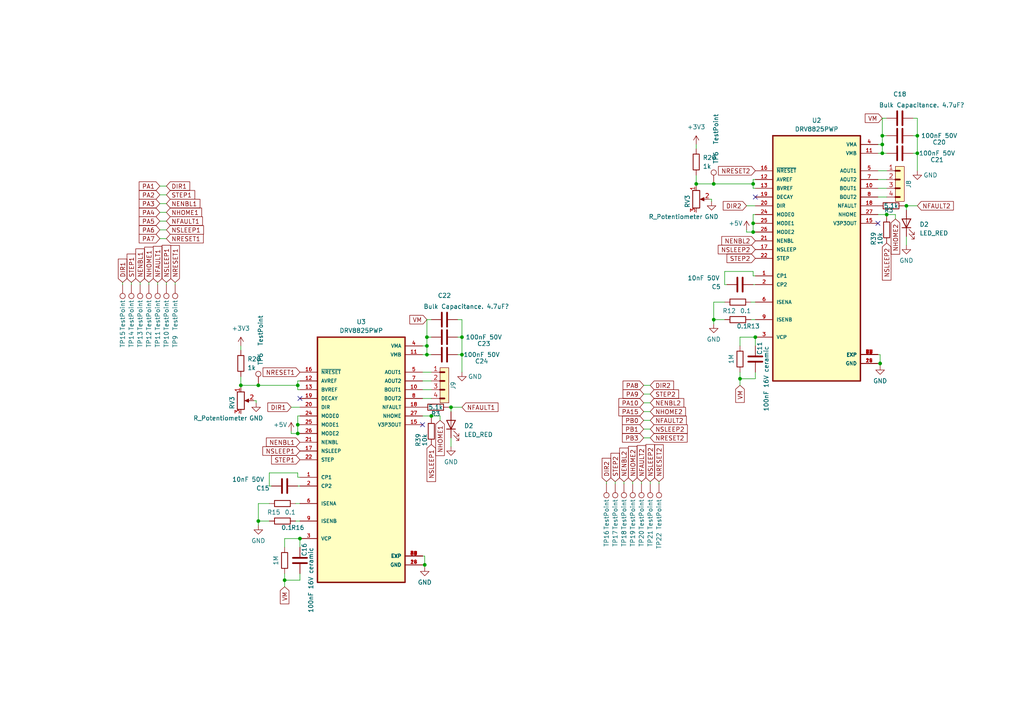
<source format=kicad_sch>
(kicad_sch (version 20230121) (generator eeschema)
  (paper "A4")
  (lib_symbols
    (symbol "Connector:TestPoint" (pin_numbers hide) (pin_names (offset 0.762) hide)
      (property "Reference" "TP" (at 0 6.858 0))
      (property "Value" "TestPoint" (at 0 5.08 0))
      (symbol "TestPoint_0_1"
        (circle (center 0 3.302) (radius 0.762))
      )
      (symbol "TestPoint_1_1"
        (pin passive line (at 0 0 90) (length 2.54) (name "1") (number "1"))
      )
    )
    (symbol "DRV8825PWP:DRV8825PWP" (pin_names (offset 1.016))
      (property "Reference" "U" (at -12.7 36.56 0))
      (property "Value" "DRV8825PWP" (at -12.7 -39.56 0))
      (symbol "DRV8825PWP_0_0"
        (rectangle (start -12.7 -35.56) (end 12.7 35.56) (stroke (width 0.41)) (fill (type background)))
        (pin bidirectional line (at -17.78 -5.08 0) (length 5.08) (name "CP1") (number "1"))
        (pin output line (at 17.78 20.32 180) (length 5.08) (name "BOUT1") (number "10"))
        (pin power_in line (at 17.78 30.48 180) (length 5.08) (name "VMB") (number "11"))
        (pin input line (at -17.78 22.86 0) (length 5.08) (name "AVREF") (number "12"))
        (pin input line (at -17.78 20.32 0) (length 5.08) (name "BVREF") (number "13"))
        (pin power_in line (at 17.78 -30.48 180) (length 5.08) (name "GND") (number "14"))
        (pin output line (at 17.78 10.16 180) (length 5.08) (name "V3P3OUT") (number "15"))
        (pin input line (at -17.78 25.4 0) (length 5.08) (name "~{NRESET}") (number "16"))
        (pin input line (at -17.78 2.54 0) (length 5.08) (name "NSLEEP") (number "17"))
        (pin output line (at 17.78 15.24 180) (length 5.08) (name "NFAULT") (number "18"))
        (pin input line (at -17.78 17.78 0) (length 5.08) (name "DECAY") (number "19"))
        (pin bidirectional line (at -17.78 -7.62 0) (length 5.08) (name "CP2") (number "2"))
        (pin input line (at -17.78 15.24 0) (length 5.08) (name "DIR") (number "20"))
        (pin input line (at -17.78 5.08 0) (length 5.08) (name "NENBL") (number "21"))
        (pin input line (at -17.78 0 0) (length 5.08) (name "STEP") (number "22"))
        (pin input line (at -17.78 12.7 0) (length 5.08) (name "MODE0") (number "24"))
        (pin input line (at -17.78 10.16 0) (length 5.08) (name "MODE1") (number "25"))
        (pin input line (at -17.78 7.62 0) (length 5.08) (name "MODE2") (number "26"))
        (pin output line (at 17.78 12.7 180) (length 5.08) (name "NHOME") (number "27"))
        (pin power_in line (at 17.78 -30.48 180) (length 5.08) (name "GND") (number "28"))
        (pin power_in line (at 17.78 -27.94 180) (length 5.08) (name "EXP") (number "29"))
        (pin bidirectional line (at -17.78 -22.86 0) (length 5.08) (name "VCP") (number "3"))
        (pin power_in line (at 17.78 -27.94 180) (length 5.08) (name "EXP") (number "30"))
        (pin power_in line (at 17.78 -27.94 180) (length 5.08) (name "EXP") (number "31"))
        (pin power_in line (at 17.78 -27.94 180) (length 5.08) (name "EXP") (number "32"))
        (pin power_in line (at 17.78 -27.94 180) (length 5.08) (name "EXP") (number "33"))
        (pin power_in line (at 17.78 -27.94 180) (length 5.08) (name "EXP") (number "34"))
        (pin power_in line (at 17.78 -27.94 180) (length 5.08) (name "EXP") (number "35"))
        (pin power_in line (at 17.78 -27.94 180) (length 5.08) (name "EXP") (number "36"))
        (pin power_in line (at 17.78 -27.94 180) (length 5.08) (name "EXP") (number "37"))
        (pin power_in line (at 17.78 -27.94 180) (length 5.08) (name "EXP") (number "38"))
        (pin power_in line (at 17.78 -27.94 180) (length 5.08) (name "EXP") (number "39"))
        (pin power_in line (at 17.78 33.02 180) (length 5.08) (name "VMA") (number "4"))
        (pin power_in line (at 17.78 -27.94 180) (length 5.08) (name "EXP") (number "40"))
        (pin power_in line (at 17.78 -27.94 180) (length 5.08) (name "EXP") (number "41"))
        (pin power_in line (at 17.78 -27.94 180) (length 5.08) (name "EXP") (number "42"))
        (pin power_in line (at 17.78 -27.94 180) (length 5.08) (name "EXP") (number "43"))
        (pin power_in line (at 17.78 -27.94 180) (length 5.08) (name "EXP") (number "44"))
        (pin power_in line (at 17.78 -27.94 180) (length 5.08) (name "EXP") (number "45"))
        (pin power_in line (at 17.78 -27.94 180) (length 5.08) (name "EXP") (number "46"))
        (pin power_in line (at 17.78 -27.94 180) (length 5.08) (name "EXP") (number "47"))
        (pin power_in line (at 17.78 -27.94 180) (length 5.08) (name "EXP") (number "48"))
        (pin power_in line (at 17.78 -27.94 180) (length 5.08) (name "EXP") (number "49"))
        (pin output line (at 17.78 25.4 180) (length 5.08) (name "AOUT1") (number "5"))
        (pin power_in line (at 17.78 -27.94 180) (length 5.08) (name "EXP") (number "50"))
        (pin bidirectional line (at -17.78 -12.7 0) (length 5.08) (name "ISENA") (number "6"))
        (pin output line (at 17.78 22.86 180) (length 5.08) (name "AOUT2") (number "7"))
        (pin output line (at 17.78 17.78 180) (length 5.08) (name "BOUT2") (number "8"))
        (pin bidirectional line (at -17.78 -17.78 0) (length 5.08) (name "ISENB") (number "9"))
      )
    )
    (symbol "Device:C" (pin_numbers hide) (pin_names (offset 0.254))
      (property "Reference" "C" (at 0.635 2.54 0))
      (property "Value" "C" (at 0.635 -2.54 0))
      (symbol "C_0_1"
        (polyline (pts (xy -2.032 -0.762) (xy 2.032 -0.762)) (stroke (width 0.508)))
        (polyline (pts (xy -2.032 0.762) (xy 2.032 0.762)) (stroke (width 0.508)))
      )
      (symbol "C_1_1"
        (pin passive line (at 0 3.81 270) (length 2.794) (name "~") (number "1"))
        (pin passive line (at 0 -3.81 90) (length 2.794) (name "~") (number "2"))
      )
    )
    (symbol "Device:LED" (pin_numbers hide) (pin_names (offset 1.016) hide)
      (property "Reference" "D" (at 0 2.54 0))
      (property "Value" "LED" (at 0 -2.54 0))
      (symbol "LED_0_1"
        (polyline (pts (xy -1.27 -1.27) (xy -1.27 1.27)) (stroke (width 0.254)))
        (polyline (pts (xy -1.27 0) (xy 1.27 0)))
        (polyline (pts (xy 1.27 -1.27) (xy 1.27 1.27) (xy -1.27 0) (xy 1.27 -1.27)) (stroke (width 0.254)))
        (polyline (pts (xy -3.048 -0.762) (xy -4.572 -2.286) (xy -3.81 -2.286) (xy -4.572 -2.286) (xy -4.572 -1.524)))
        (polyline (pts (xy -1.778 -0.762) (xy -3.302 -2.286) (xy -2.54 -2.286) (xy -3.302 -2.286) (xy -3.302 -1.524)))
      )
      (symbol "LED_1_1"
        (pin passive line (at -3.81 0 0) (length 2.54) (name "K") (number "1"))
        (pin passive line (at 3.81 0 180) (length 2.54) (name "A") (number "2"))
      )
    )
    (symbol "Device:R_Potentiometer" (pin_names (offset 1.016) hide)
      (property "Reference" "RV" (at -4.445 0 90))
      (property "Value" "R_Potentiometer" (at -2.54 0 90))
      (symbol "R_Potentiometer_0_1"
        (polyline (pts (xy 2.54 0) (xy 1.524 0)))
        (polyline (pts (xy 1.143 0) (xy 2.286 0.508) (xy 2.286 -0.508) (xy 1.143 0)) (fill (type outline)))
        (rectangle (start 1.016 2.54) (end -1.016 -2.54) (stroke (width 0.254)))
      )
      (symbol "R_Potentiometer_1_1"
        (pin passive line (at 0 3.81 270) (length 1.27) (name "1") (number "1"))
        (pin passive line (at 3.81 0 180) (length 1.27) (name "2") (number "2"))
        (pin passive line (at 0 -3.81 90) (length 1.27) (name "3") (number "3"))
      )
    )
    (symbol "PCM_SL_Devices:Resistor"
      (property "Reference" "R" (at 0 5.08 0))
      (property "Value" "Resistor" (at 0 2.54 0))
      (symbol "Resistor_0_1"
        (rectangle (start -2.286 0.889) (end 2.286 -0.889) (stroke (width 0.24)))
      )
      (symbol "Resistor_1_1"
        (pin passive line (at -3.81 0 0) (length 1.5) (name "") (number "1"))
        (pin passive line (at 3.81 0 180) (length 1.5) (name "~") (number "2"))
      )
    )
    (symbol "PCM_SL_Pin_Headers:PINHD_1x4_Male"
      (property "Reference" "J" (at 0 8.89 0))
      (property "Value" "PINHD_1x4_Male" (at 0 6.35 0))
      (symbol "PINHD_1x4_Male_0_1"
        (rectangle (start -1.27 5.08) (end 1.27 -5.08) (fill (type background)))
        (polyline (pts (xy -1.27 -3.81) (xy 0 -3.81)) (stroke (width 0.3)))
        (polyline (pts (xy -1.27 -3.81) (xy 0 -3.81)) (stroke (width 0.5)))
        (polyline (pts (xy -1.27 -1.27) (xy 0 -1.27)) (stroke (width 0.3)))
        (polyline (pts (xy -1.27 -1.27) (xy 0 -1.27)) (stroke (width 0.5)))
        (polyline (pts (xy -1.27 1.27) (xy 0 1.27)) (stroke (width 0.3)))
        (polyline (pts (xy -1.27 1.27) (xy 0 1.27)) (stroke (width 0.5)))
        (polyline (pts (xy -1.27 3.81) (xy 0 3.81)) (stroke (width 0.3)))
        (polyline (pts (xy -1.27 3.81) (xy 0 3.81)) (stroke (width 0.5)))
      )
      (symbol "PINHD_1x4_Male_1_1"
        (pin passive line (at -3.81 3.81 0) (length 2.54) (name "") (number "1"))
        (pin passive line (at -3.81 1.27 0) (length 2.54) (name "") (number "2"))
        (pin passive line (at -3.81 -1.27 0) (length 2.54) (name "") (number "3"))
        (pin passive line (at -3.81 -3.81 0) (length 2.54) (name "") (number "4"))
      )
    )
    (symbol "power:+3V3" (power) (pin_names (offset 0))
      (property "Value" "+3V3" (at 0 3.556 0))
      (symbol "+3V3_0_1"
        (polyline (pts (xy -0.762 1.27) (xy 0 2.54)))
        (polyline (pts (xy 0 0) (xy 0 2.54)))
        (polyline (pts (xy 0 2.54) (xy 0.762 1.27)))
      )
      (symbol "+3V3_1_1"
        (pin power_in line (at 0 0 90) (length 0) hide (name "+3V3") (number "1"))
      )
    )
    (symbol "power:+5V" (power) (pin_names (offset 0))
      (property "Value" "+5V" (at 0 3.556 0))
      (symbol "+5V_0_1"
        (polyline (pts (xy -0.762 1.27) (xy 0 2.54)))
        (polyline (pts (xy 0 0) (xy 0 2.54)))
        (polyline (pts (xy 0 2.54) (xy 0.762 1.27)))
      )
      (symbol "+5V_1_1"
        (pin power_in line (at 0 0 90) (length 0) hide (name "+5V") (number "1"))
      )
    )
    (symbol "power:GND" (power) (pin_names (offset 0))
      (property "Value" "GND" (at 0 -3.81 0))
      (symbol "GND_0_1"
        (polyline (pts (xy 0 0) (xy 0 -1.27) (xy 1.27 -1.27) (xy 0 -2.54) (xy -1.27 -1.27) (xy 0 -1.27)))
      )
      (symbol "GND_1_1"
        (pin power_in line (at 0 0 270) (length 0) hide (name "GND") (number "1"))
      )
    )
  )
  (junction (at 201.93 53.34))
  (junction (at 214.63 109.855))
  (junction (at 69.85 111.76))
  (junction (at 207.01 92.71))
  (junction (at 255.905 39.37))
  (junction (at 266.065 44.45))
  (junction (at 219.075 97.79))
  (junction (at 255.905 41.91))
  (junction (at 218.44 53.34))
  (junction (at 133.985 97.79))
  (junction (at 257.175 62.23))
  (junction (at 86.36 123.19))
  (junction (at 207.01 53.34))
  (junction (at 86.36 125.73))
  (junction (at 74.93 111.76))
  (junction (at 123.19 163.83))
  (junction (at 262.89 59.69))
  (junction (at 255.905 44.45))
  (junction (at 218.44 67.31))
  (junction (at 123.825 97.79))
  (junction (at 130.81 118.11))
  (junction (at 266.065 39.37))
  (junction (at 218.44 64.77))
  (junction (at 86.36 111.76))
  (junction (at 86.995 156.21))
  (junction (at 74.93 151.13))
  (junction (at 123.825 100.33))
  (junction (at 255.27 105.41))
  (junction (at 133.985 102.87))
  (junction (at 125.095 120.65))
  (junction (at 123.825 102.87))
  (junction (at 82.55 168.275))
  (no_connect (at 254.635 64.77))
  (no_connect (at 219.075 57.15))
  (no_connect (at 122.555 123.19))
  (no_connect (at 86.995 115.57))
  (wire (pts (xy 218.44 52.07) (xy 218.44 53.34)))
  (wire (pts (xy 214.63 109.855) (xy 219.075 109.855)))
  (wire (pts (xy 130.81 127) (xy 130.81 129.54)))
  (wire (pts (xy 178.435 140.335) (xy 178.435 139.7)))
  (wire (pts (xy 74.93 146.05) (xy 74.93 151.13)))
  (wire (pts (xy 186.055 140.335) (xy 186.055 139.7)))
  (wire (pts (xy 218.44 62.23) (xy 218.44 64.77)))
  (wire (pts (xy 255.27 105.41) (xy 255.27 102.87)))
  (wire (pts (xy 257.175 49.53) (xy 254.635 49.53)))
  (wire (pts (xy 218.44 64.77) (xy 219.075 64.77)))
  (wire (pts (xy 207.01 53.34) (xy 218.44 53.34)))
  (wire (pts (xy 254.635 44.45) (xy 255.905 44.45)))
  (wire (pts (xy 86.36 123.19) (xy 86.995 123.19)))
  (wire (pts (xy 123.825 100.33) (xy 122.555 100.33)))
  (wire (pts (xy 74.93 151.13) (xy 74.93 152.4)))
  (wire (pts (xy 86.36 111.76) (xy 86.36 113.03)))
  (wire (pts (xy 125.095 107.95) (xy 122.555 107.95)))
  (wire (pts (xy 219.075 52.07) (xy 218.44 52.07)))
  (wire (pts (xy 255.905 41.91) (xy 255.905 44.45)))
  (wire (pts (xy 191.135 140.335) (xy 191.135 139.7)))
  (wire (pts (xy 257.175 54.61) (xy 254.635 54.61)))
  (wire (pts (xy 266.065 44.45) (xy 266.065 49.53)))
  (wire (pts (xy 266.065 34.29) (xy 264.795 34.29)))
  (wire (pts (xy 78.105 140.97) (xy 78.74 140.97)))
  (wire (pts (xy 255.905 39.37) (xy 255.905 41.91)))
  (wire (pts (xy 69.85 112.395) (xy 69.85 111.76)))
  (wire (pts (xy 86.36 120.65) (xy 86.36 123.19)))
  (wire (pts (xy 82.55 170.18) (xy 82.55 168.275)))
  (wire (pts (xy 86.36 125.73) (xy 86.995 125.73)))
  (wire (pts (xy 218.44 82.55) (xy 219.075 82.55)))
  (wire (pts (xy 127.635 120.65) (xy 127.635 121.92)))
  (wire (pts (xy 132.715 97.79) (xy 133.985 97.79)))
  (wire (pts (xy 207.01 87.63) (xy 210.185 87.63)))
  (wire (pts (xy 123.19 163.83) (xy 122.555 163.83)))
  (wire (pts (xy 217.805 92.71) (xy 219.075 92.71)))
  (wire (pts (xy 46.355 66.675) (xy 48.26 66.675)))
  (wire (pts (xy 50.8 82.55) (xy 50.8 81.915)))
  (wire (pts (xy 255.27 106.045) (xy 255.27 105.41)))
  (wire (pts (xy 45.72 82.55) (xy 45.72 81.915)))
  (wire (pts (xy 82.55 168.275) (xy 82.55 166.37)))
  (wire (pts (xy 85.725 146.05) (xy 86.995 146.05)))
  (wire (pts (xy 207.01 87.63) (xy 207.01 92.71)))
  (wire (pts (xy 214.63 100.33) (xy 214.63 97.79)))
  (wire (pts (xy 82.55 156.21) (xy 86.995 156.21)))
  (wire (pts (xy 125.095 110.49) (xy 122.555 110.49)))
  (wire (pts (xy 218.44 53.34) (xy 218.44 54.61)))
  (wire (pts (xy 86.995 110.49) (xy 86.36 110.49)))
  (wire (pts (xy 210.185 78.74) (xy 218.44 78.74)))
  (wire (pts (xy 218.44 80.01) (xy 218.44 78.74)))
  (wire (pts (xy 254.635 62.23) (xy 257.175 62.23)))
  (wire (pts (xy 218.44 64.77) (xy 218.44 67.31)))
  (wire (pts (xy 186.69 121.92) (xy 188.595 121.92)))
  (wire (pts (xy 48.26 82.55) (xy 48.26 81.915)))
  (wire (pts (xy 86.36 123.19) (xy 86.36 125.73)))
  (wire (pts (xy 257.175 62.23) (xy 257.175 62.865)))
  (wire (pts (xy 214.63 111.76) (xy 214.63 109.855)))
  (wire (pts (xy 46.355 56.515) (xy 48.26 56.515)))
  (wire (pts (xy 201.93 53.34) (xy 207.01 53.34)))
  (wire (pts (xy 257.175 57.15) (xy 254.635 57.15)))
  (wire (pts (xy 123.825 92.71) (xy 123.825 97.79)))
  (wire (pts (xy 259.715 62.23) (xy 259.715 63.5)))
  (wire (pts (xy 219.075 80.01) (xy 218.44 80.01)))
  (wire (pts (xy 125.095 120.65) (xy 127.635 120.65)))
  (wire (pts (xy 255.905 41.91) (xy 254.635 41.91)))
  (wire (pts (xy 214.63 109.855) (xy 214.63 107.95)))
  (wire (pts (xy 125.095 120.65) (xy 125.095 121.285)))
  (wire (pts (xy 201.93 53.975) (xy 201.93 53.34)))
  (wire (pts (xy 35.56 82.55) (xy 35.56 81.915)))
  (wire (pts (xy 201.93 50.8) (xy 201.93 53.34)))
  (wire (pts (xy 84.455 125.73) (xy 84.455 125.095)))
  (wire (pts (xy 255.905 44.45) (xy 257.175 44.45)))
  (wire (pts (xy 43.18 82.55) (xy 43.18 81.915)))
  (wire (pts (xy 207.01 92.71) (xy 207.01 93.98)))
  (wire (pts (xy 133.985 97.79) (xy 133.985 102.87)))
  (wire (pts (xy 46.355 59.055) (xy 48.26 59.055)))
  (wire (pts (xy 125.095 115.57) (xy 122.555 115.57)))
  (wire (pts (xy 130.81 118.11) (xy 130.81 119.38)))
  (wire (pts (xy 214.63 97.79) (xy 219.075 97.79)))
  (wire (pts (xy 210.185 82.55) (xy 210.185 78.74)))
  (wire (pts (xy 123.825 100.33) (xy 123.825 102.87)))
  (wire (pts (xy 86.995 158.75) (xy 86.995 156.21)))
  (wire (pts (xy 46.355 64.135) (xy 48.26 64.135)))
  (wire (pts (xy 216.535 67.31) (xy 216.535 66.675)))
  (wire (pts (xy 255.27 102.87) (xy 254.635 102.87)))
  (wire (pts (xy 264.795 44.45) (xy 266.065 44.45)))
  (wire (pts (xy 133.985 92.71) (xy 133.985 97.79)))
  (wire (pts (xy 186.69 114.3) (xy 188.595 114.3)))
  (wire (pts (xy 206.375 57.785) (xy 205.74 57.785)))
  (wire (pts (xy 74.295 116.205) (xy 73.66 116.205)))
  (wire (pts (xy 84.455 125.73) (xy 86.36 125.73)))
  (wire (pts (xy 86.36 138.43) (xy 86.36 137.16)))
  (wire (pts (xy 216.535 59.69) (xy 219.075 59.69)))
  (wire (pts (xy 266.065 39.37) (xy 266.065 44.45)))
  (wire (pts (xy 38.1 82.55) (xy 38.1 81.915)))
  (wire (pts (xy 186.69 124.46) (xy 188.595 124.46)))
  (wire (pts (xy 74.93 151.13) (xy 78.105 151.13)))
  (wire (pts (xy 218.44 62.23) (xy 219.075 62.23)))
  (wire (pts (xy 125.095 97.79) (xy 123.825 97.79)))
  (wire (pts (xy 123.825 97.79) (xy 123.825 100.33)))
  (wire (pts (xy 86.36 113.03) (xy 86.995 113.03)))
  (wire (pts (xy 69.85 111.76) (xy 74.93 111.76)))
  (wire (pts (xy 264.795 39.37) (xy 266.065 39.37)))
  (wire (pts (xy 216.535 67.31) (xy 218.44 67.31)))
  (wire (pts (xy 86.995 138.43) (xy 86.36 138.43)))
  (wire (pts (xy 218.44 67.31) (xy 219.075 67.31)))
  (wire (pts (xy 84.455 118.11) (xy 86.995 118.11)))
  (wire (pts (xy 188.595 140.335) (xy 188.595 139.7)))
  (wire (pts (xy 210.185 82.55) (xy 210.82 82.55)))
  (wire (pts (xy 123.19 161.29) (xy 122.555 161.29)))
  (wire (pts (xy 186.69 111.76) (xy 188.595 111.76)))
  (wire (pts (xy 186.69 116.84) (xy 188.595 116.84)))
  (wire (pts (xy 255.27 105.41) (xy 254.635 105.41)))
  (wire (pts (xy 125.095 92.71) (xy 123.825 92.71)))
  (wire (pts (xy 69.85 109.22) (xy 69.85 111.76)))
  (wire (pts (xy 125.095 113.03) (xy 122.555 113.03)))
  (wire (pts (xy 122.555 120.65) (xy 125.095 120.65)))
  (wire (pts (xy 69.85 100.33) (xy 69.85 101.6)))
  (wire (pts (xy 123.825 102.87) (xy 125.095 102.87)))
  (wire (pts (xy 86.36 120.65) (xy 86.995 120.65)))
  (wire (pts (xy 78.105 137.16) (xy 86.36 137.16)))
  (wire (pts (xy 262.89 59.69) (xy 262.89 60.96)))
  (wire (pts (xy 262.89 59.69) (xy 262.255 59.69)))
  (wire (pts (xy 86.36 111.76) (xy 74.93 111.76)))
  (wire (pts (xy 133.985 92.71) (xy 132.715 92.71)))
  (wire (pts (xy 74.295 116.205) (xy 74.295 116.84)))
  (wire (pts (xy 257.175 52.07) (xy 254.635 52.07)))
  (wire (pts (xy 217.805 87.63) (xy 219.075 87.63)))
  (wire (pts (xy 262.89 68.58) (xy 262.89 71.12)))
  (wire (pts (xy 86.36 110.49) (xy 86.36 111.76)))
  (wire (pts (xy 46.355 61.595) (xy 48.26 61.595)))
  (wire (pts (xy 175.895 140.335) (xy 175.895 139.7)))
  (wire (pts (xy 82.55 158.75) (xy 82.55 156.21)))
  (wire (pts (xy 201.93 41.91) (xy 201.93 43.18)))
  (wire (pts (xy 207.01 92.71) (xy 210.185 92.71)))
  (wire (pts (xy 123.19 163.83) (xy 123.19 161.29)))
  (wire (pts (xy 266.065 34.29) (xy 266.065 39.37)))
  (wire (pts (xy 255.905 34.29) (xy 255.905 39.37)))
  (wire (pts (xy 82.55 168.275) (xy 86.995 168.275)))
  (wire (pts (xy 218.44 54.61) (xy 219.075 54.61)))
  (wire (pts (xy 123.825 102.87) (xy 122.555 102.87)))
  (wire (pts (xy 206.375 57.785) (xy 206.375 58.42)))
  (wire (pts (xy 186.69 127) (xy 188.595 127)))
  (wire (pts (xy 85.725 151.13) (xy 86.995 151.13)))
  (wire (pts (xy 86.995 168.275) (xy 86.995 166.37)))
  (wire (pts (xy 123.19 164.465) (xy 123.19 163.83)))
  (wire (pts (xy 46.355 69.215) (xy 48.26 69.215)))
  (wire (pts (xy 219.075 109.855) (xy 219.075 107.95)))
  (wire (pts (xy 266.065 59.69) (xy 262.89 59.69)))
  (wire (pts (xy 186.69 119.38) (xy 188.595 119.38)))
  (wire (pts (xy 257.175 34.29) (xy 255.905 34.29)))
  (wire (pts (xy 257.175 39.37) (xy 255.905 39.37)))
  (wire (pts (xy 257.175 62.23) (xy 259.715 62.23)))
  (wire (pts (xy 133.985 102.87) (xy 133.985 107.95)))
  (wire (pts (xy 40.64 82.55) (xy 40.64 81.915)))
  (wire (pts (xy 74.93 146.05) (xy 78.105 146.05)))
  (wire (pts (xy 130.81 118.11) (xy 130.175 118.11)))
  (wire (pts (xy 219.075 100.33) (xy 219.075 97.79)))
  (wire (pts (xy 78.105 140.97) (xy 78.105 137.16)))
  (wire (pts (xy 132.715 102.87) (xy 133.985 102.87)))
  (wire (pts (xy 183.515 140.335) (xy 183.515 139.7)))
  (wire (pts (xy 86.36 140.97) (xy 86.995 140.97)))
  (wire (pts (xy 46.355 53.975) (xy 48.26 53.975)))
  (wire (pts (xy 133.985 118.11) (xy 130.81 118.11)))
  (wire (pts (xy 180.975 140.335) (xy 180.975 139.7)))
  (global_label "PA4" (shape input) (at 46.355 61.595 180) (property "Intersheetrefs" "${INTERSHEET_REFS}" (effects hide)))
  (global_label "STEP1" (shape input) (at 48.26 56.515 0) (property "Intersheetrefs" "${INTERSHEET_REFS}" (effects hide)))
  (global_label "PB0" (shape input) (at 186.69 121.92 180) (property "Intersheetrefs" "${INTERSHEET_REFS}" (effects hide)))
  (global_label "VM" (shape input) (at 82.55 170.18 270) (property "Intersheetrefs" "${INTERSHEET_REFS}" (effects hide)))
  (global_label "STEP2" (shape input) (at 188.595 114.3 0) (property "Intersheetrefs" "${INTERSHEET_REFS}" (effects hide)))
  (global_label "NFAULT1" (shape input) (at 133.985 118.11 0) (property "Intersheetrefs" "${INTERSHEET_REFS}" (effects hide)))
  (global_label "PA5" (shape input) (at 46.355 64.135 180) (property "Intersheetrefs" "${INTERSHEET_REFS}" (effects hide)))
  (global_label "NFAULT2" (shape input) (at 188.595 121.92 0) (property "Intersheetrefs" "${INTERSHEET_REFS}" (effects hide)))
  (global_label "DIR2" (shape input) (at 216.535 59.69 180) (property "Intersheetrefs" "${INTERSHEET_REFS}" (effects hide)))
  (global_label "PA6" (shape input) (at 46.355 66.675 180) (property "Intersheetrefs" "${INTERSHEET_REFS}" (effects hide)))
  (global_label "PA2" (shape input) (at 46.355 56.515 180) (property "Intersheetrefs" "${INTERSHEET_REFS}" (effects hide)))
  (global_label "NENBL1" (shape input) (at 86.995 128.27 180) (property "Intersheetrefs" "${INTERSHEET_REFS}" (effects hide)))
  (global_label "STEP2" (shape input) (at 219.075 74.93 180) (property "Intersheetrefs" "${INTERSHEET_REFS}" (effects hide)))
  (global_label "NRESET2" (shape input) (at 191.135 139.7 90) (property "Intersheetrefs" "${INTERSHEET_REFS}" (effects hide)))
  (global_label "NRESET1" (shape input) (at 86.995 107.95 180) (property "Intersheetrefs" "${INTERSHEET_REFS}" (effects hide)))
  (global_label "NFAULT2" (shape input) (at 266.065 59.69 0) (property "Intersheetrefs" "${INTERSHEET_REFS}" (effects hide)))
  (global_label "NHOME1" (shape input) (at 127.635 121.92 270) (property "Intersheetrefs" "${INTERSHEET_REFS}" (effects hide)))
  (global_label "VM" (shape input) (at 123.825 92.71 180) (property "Intersheetrefs" "${INTERSHEET_REFS}" (effects hide)))
  (global_label "NENBL2" (shape input) (at 180.975 139.7 90) (property "Intersheetrefs" "${INTERSHEET_REFS}" (effects hide)))
  (global_label "NFAULT1" (shape input) (at 45.72 81.915 90) (property "Intersheetrefs" "${INTERSHEET_REFS}" (effects hide)))
  (global_label "NSLEEP2" (shape input) (at 188.595 139.7 90) (property "Intersheetrefs" "${INTERSHEET_REFS}" (effects hide)))
  (global_label "NSLEEP2" (shape input) (at 219.075 72.39 180) (property "Intersheetrefs" "${INTERSHEET_REFS}" (effects hide)))
  (global_label "NSLEEP2" (shape input) (at 188.595 124.46 0) (property "Intersheetrefs" "${INTERSHEET_REFS}" (effects hide)))
  (global_label "NRESET1" (shape input) (at 48.26 69.215 0) (property "Intersheetrefs" "${INTERSHEET_REFS}" (effects hide)))
  (global_label "PB3" (shape input) (at 186.69 127 180) (property "Intersheetrefs" "${INTERSHEET_REFS}" (effects hide)))
  (global_label "NHOME2" (shape input) (at 259.715 63.5 270) (property "Intersheetrefs" "${INTERSHEET_REFS}" (effects hide)))
  (global_label "NFAULT2" (shape input) (at 186.055 139.7 90) (property "Intersheetrefs" "${INTERSHEET_REFS}" (effects hide)))
  (global_label "PA9" (shape input) (at 186.69 114.3 180) (property "Intersheetrefs" "${INTERSHEET_REFS}" (effects hide)))
  (global_label "DIR2" (shape input) (at 175.895 139.7 90) (property "Intersheetrefs" "${INTERSHEET_REFS}" (effects hide)))
  (global_label "NHOME2" (shape input) (at 188.595 119.38 0) (property "Intersheetrefs" "${INTERSHEET_REFS}" (effects hide)))
  (global_label "DIR2" (shape input) (at 188.595 111.76 0) (property "Intersheetrefs" "${INTERSHEET_REFS}" (effects hide)))
  (global_label "PA15" (shape input) (at 186.69 119.38 180) (property "Intersheetrefs" "${INTERSHEET_REFS}" (effects hide)))
  (global_label "NSLEEP1" (shape input) (at 125.095 128.905 270) (property "Intersheetrefs" "${INTERSHEET_REFS}" (effects hide)))
  (global_label "NRESET1" (shape input) (at 50.8 81.915 90) (property "Intersheetrefs" "${INTERSHEET_REFS}" (effects hide)))
  (global_label "NENBL1" (shape input) (at 48.26 59.055 0) (property "Intersheetrefs" "${INTERSHEET_REFS}" (effects hide)))
  (global_label "NFAULT1" (shape input) (at 48.26 64.135 0) (property "Intersheetrefs" "${INTERSHEET_REFS}" (effects hide)))
  (global_label "NENBL2" (shape input) (at 188.595 116.84 0) (property "Intersheetrefs" "${INTERSHEET_REFS}" (effects hide)))
  (global_label "PB1" (shape input) (at 186.69 124.46 180) (property "Intersheetrefs" "${INTERSHEET_REFS}" (effects hide)))
  (global_label "PA7" (shape input) (at 46.355 69.215 180) (property "Intersheetrefs" "${INTERSHEET_REFS}" (effects hide)))
  (global_label "NHOME2" (shape input) (at 183.515 139.7 90) (property "Intersheetrefs" "${INTERSHEET_REFS}" (effects hide)))
  (global_label "PA3" (shape input) (at 46.355 59.055 180) (property "Intersheetrefs" "${INTERSHEET_REFS}" (effects hide)))
  (global_label "NSLEEP1" (shape input) (at 48.26 81.915 90) (property "Intersheetrefs" "${INTERSHEET_REFS}" (effects hide)))
  (global_label "DIR1" (shape input) (at 35.56 81.915 90) (property "Intersheetrefs" "${INTERSHEET_REFS}" (effects hide)))
  (global_label "DIR1" (shape input) (at 48.26 53.975 0) (property "Intersheetrefs" "${INTERSHEET_REFS}" (effects hide)))
  (global_label "STEP2" (shape input) (at 178.435 139.7 90) (property "Intersheetrefs" "${INTERSHEET_REFS}" (effects hide)))
  (global_label "PA10" (shape input) (at 186.69 116.84 180) (property "Intersheetrefs" "${INTERSHEET_REFS}" (effects hide)))
  (global_label "DIR1" (shape input) (at 84.455 118.11 180) (property "Intersheetrefs" "${INTERSHEET_REFS}" (effects hide)))
  (global_label "NHOME1" (shape input) (at 43.18 81.915 90) (property "Intersheetrefs" "${INTERSHEET_REFS}" (effects hide)))
  (global_label "STEP1" (shape input) (at 38.1 81.915 90) (property "Intersheetrefs" "${INTERSHEET_REFS}" (effects hide)))
  (global_label "STEP1" (shape input) (at 86.995 133.35 180) (property "Intersheetrefs" "${INTERSHEET_REFS}" (effects hide)))
  (global_label "NENBL1" (shape input) (at 40.64 81.915 90) (property "Intersheetrefs" "${INTERSHEET_REFS}" (effects hide)))
  (global_label "NRESET2" (shape input) (at 219.075 49.53 180) (property "Intersheetrefs" "${INTERSHEET_REFS}" (effects hide)))
  (global_label "NENBL2" (shape input) (at 219.075 69.85 180) (property "Intersheetrefs" "${INTERSHEET_REFS}" (effects hide)))
  (global_label "PA1" (shape input) (at 46.355 53.975 180) (property "Intersheetrefs" "${INTERSHEET_REFS}" (effects hide)))
  (global_label "NRESET2" (shape input) (at 188.595 127 0) (property "Intersheetrefs" "${INTERSHEET_REFS}" (effects hide)))
  (global_label "NSLEEP1" (shape input) (at 48.26 66.675 0) (property "Intersheetrefs" "${INTERSHEET_REFS}" (effects hide)))
  (global_label "NSLEEP1" (shape input) (at 86.995 130.81 180) (property "Intersheetrefs" "${INTERSHEET_REFS}" (effects hide)))
  (global_label "NHOME1" (shape input) (at 48.26 61.595 0) (property "Intersheetrefs" "${INTERSHEET_REFS}" (effects hide)))
  (global_label "VM" (shape input) (at 214.63 111.76 270) (property "Intersheetrefs" "${INTERSHEET_REFS}" (effects hide)))
  (global_label "NSLEEP2" (shape input) (at 257.175 70.485 270) (property "Intersheetrefs" "${INTERSHEET_REFS}" (effects hide)))
  (global_label "PA8" (shape input) (at 186.69 111.76 180) (property "Intersheetrefs" "${INTERSHEET_REFS}" (effects hide)))
  (global_label "VM" (shape input) (at 255.905 34.29 180) (property "Intersheetrefs" "${INTERSHEET_REFS}" (effects hide)))
  (symbol (lib_id "PCM_SL_Pin_Headers:PINHD_1x4_Male") (at 128.905 111.76 0) (unit 1)
    (property "Reference" "J9" (at 131.445 113.03 90) (effects (justify left)))
    (property "Value" "PINHD_1x4_Male" (effects hide))
    (property "Footprint" "Connector_PinHeader_2.54mm:PinHeader_1x04_P2.54mm_Vertical" (effects hide))
  )
  (symbol (lib_id "Connector:TestPoint") (at 74.93 111.76 0) (unit 1)
    (property "Reference" "TP6" (at 75.565 104.14 90))
    (property "Value" "TestPoint" (at 75.565 95.885 90))
    (property "Footprint" "TestPoint:TestPoint_Pad_D2.5mm" (effects hide))
    (instances (project "Doodle Drive" (path "" (reference "TP6") (unit 1)) (path "" (reference "TP42") (unit 1))))
  )
  (symbol (lib_id "power:GND") (at 133.985 107.95 0) (unit 1)
    (property "Reference" "#PWR047" (effects hide))
    (property "Value" "GND" (at 137.795 109.22 0))
  )
  (symbol (lib_id "Device:R_Potentiometer") (at 69.85 116.205 0) (unit 1)
    (property "Reference" "RV3" (at 67.31 114.935 90) (effects (justify right)))
    (property "Value" "R_Potentiometer" (at 71.755 121.285 0) (effects (justify right)))
    (property "Footprint" "Potentiometer_THT:Potentiometer_ACP_CA6-H2,5_Horizontal" (effects hide))
    (instances (project "Doodle Drive" (path "" (reference "RV3") (unit 1)) (path "" (reference "RV6") (unit 1))))
  )
  (symbol (lib_id "Device:R_Potentiometer") (at 201.93 57.785 0) (unit 1)
    (property "Reference" "RV3" (at 199.39 56.515 90) (effects (justify right)))
    (property "Value" "R_Potentiometer" (at 203.835 62.865 0) (effects (justify right)))
    (property "Footprint" "Potentiometer_THT:Potentiometer_ACP_CA6-H2,5_Horizontal" (effects hide))
    (instances (project "Doodle Drive" (path "" (reference "RV3") (unit 1)) (path "" (reference "RV1") (unit 1))))
  )
  (symbol (lib_id "PCM_SL_Devices:Resistor") (at 213.995 92.71 0) (unit 1)
    (property "Reference" "R13" (at 218.44 94.615 0))
    (property "Value" "0.1" (at 215.265 94.615 0))
    (property "Footprint" "Resistor_SMD:R_0805_2012Metric" (effects hide))
  )
  (symbol (lib_id "Device:C") (at 214.63 82.55 270) (unit 1)
    (property "Reference" "C5" (at 206.375 83.185 90) (effects (justify left)))
    (property "Value" "10nF 50V" (at 199.39 80.645 90) (effects (justify left)))
    (property "Footprint" "Capacitor_SMD:C_0805_2012Metric" (effects hide))
  )
  (symbol (lib_id "Connector:TestPoint") (at 35.56 82.55 180) (unit 1)
    (property "Reference" "TP15" (at 35.56 98.425 90))
    (property "Value" "TestPoint" (at 35.56 91.44 90))
    (property "Footprint" "TestPoint:TestPoint_Pad_D2.5mm" (effects hide))
  )
  (symbol (lib_id "Connector:TestPoint") (at 178.435 140.335 180) (unit 1)
    (property "Reference" "TP17" (at 178.435 156.21 90))
    (property "Value" "TestPoint" (at 178.435 149.225 90))
    (property "Footprint" "TestPoint:TestPoint_Pad_D2.5mm" (effects hide))
  )
  (symbol (lib_id "PCM_SL_Devices:Resistor") (at 201.93 46.99 90) (unit 1)
    (property "Reference" "R20" (at 203.835 45.72 90) (effects (justify right)))
    (property "Value" "1k" (at 203.835 48.26 90) (effects (justify right)))
    (property "Footprint" "Resistor_SMD:R_0805_2012Metric" (effects hide))
    (instances (project "Doodle Drive" (path "" (reference "R20") (unit 1)) (path "" (reference "R5") (unit 1))))
  )
  (symbol (lib_id "power:GND") (at 74.93 152.4 0) (unit 1)
    (property "Reference" "#PWR040" (effects hide))
    (property "Value" "GND" (at 74.93 156.845 0))
  )
  (symbol (lib_id "Device:C") (at 128.905 102.87 90) (unit 1)
    (property "Reference" "C24" (at 139.7 104.775 90))
    (property "Value" "100nF 50V" (at 139.7 102.87 90))
    (property "Footprint" "Capacitor_SMD:C_0805_2012Metric" (effects hide))
  )
  (symbol (lib_id "PCM_SL_Devices:Resistor") (at 125.095 125.095 90) (unit 1)
    (property "Reference" "R39" (at 121.285 127.635 0))
    (property "Value" "10k" (at 123.19 127.635 0))
    (property "Footprint" "Resistor_SMD:R_0805_2012Metric" (effects hide))
    (instances (project "Doodle Drive" (path "" (reference "R39") (unit 1)) (path "" (reference "R21") (unit 1))))
  )
  (symbol (lib_id "Device:C") (at 128.905 92.71 270) (unit 1)
    (property "Reference" "C22" (at 128.905 85.725 90))
    (property "Value" "Bulk Capacitance. 4.7uF?" (at 135.255 88.9 90))
    (property "Footprint" "Capacitor_SMD:C_0805_2012Metric" (effects hide))
  )
  (symbol (lib_id "Connector:TestPoint") (at 207.01 53.34 0) (unit 1)
    (property "Reference" "TP6" (at 207.645 45.72 90))
    (property "Value" "TestPoint" (at 207.645 37.465 90))
    (property "Footprint" "TestPoint:TestPoint_Pad_D2.5mm" (effects hide))
    (instances (project "Doodle Drive" (path "" (reference "TP6") (unit 1)) (path "" (reference "TP1") (unit 1))))
  )
  (symbol (lib_id "PCM_SL_Devices:Resistor") (at 69.85 105.41 90) (unit 1)
    (property "Reference" "R20" (at 71.755 104.14 90) (effects (justify right)))
    (property "Value" "1k" (at 71.755 106.68 90) (effects (justify right)))
    (property "Footprint" "Resistor_SMD:R_0805_2012Metric" (effects hide))
    (instances (project "Doodle Drive" (path "" (reference "R20") (unit 1)) (path "" (reference "R7") (unit 1))))
  )
  (symbol (lib_id "PCM_SL_Devices:Resistor") (at 258.445 59.69 180) (unit 1)
    (property "Reference" "R3" (at 257.81 60.96 0))
    (property "Value" "5.1k" (at 258.445 59.69 0))
    (property "Footprint" "Resistor_SMD:R_0805_2012Metric" (effects hide))
    (instances (project "Doodle Drive" (path "" (reference "R3") (unit 1)) (path "" (reference "R40") (unit 1)) (path "" (reference "R19") (unit 1))))
  )
  (symbol (lib_id "Connector:TestPoint") (at 183.515 140.335 180) (unit 1)
    (property "Reference" "TP19" (at 183.515 156.21 90))
    (property "Value" "TestPoint" (at 183.515 149.225 90))
    (property "Footprint" "TestPoint:TestPoint_Pad_D2.5mm" (effects hide))
  )
  (symbol (lib_id "power:GND") (at 130.81 129.54 0) (unit 1)
    (property "Reference" "#PWR014" (effects hide))
    (property "Value" "GND" (at 130.81 133.985 0))
    (instances (project "Doodle Drive" (path "" (reference "#PWR014") (unit 1)) (path "" (reference "#PWR060") (unit 1)) (path "" (reference "#PWR046") (unit 1))))
  )
  (symbol (lib_id "PCM_SL_Devices:Resistor") (at 126.365 118.11 180) (unit 1)
    (property "Reference" "R3" (at 126.365 120.015 0))
    (property "Value" "5.1k" (at 126.365 118.11 0))
    (property "Footprint" "Resistor_SMD:R_0805_2012Metric" (effects hide))
    (instances (project "Doodle Drive" (path "" (reference "R3") (unit 1)) (path "" (reference "R40") (unit 1)) (path "" (reference "R22") (unit 1))))
  )
  (symbol (lib_id "power:+5V") (at 84.455 125.095 0) (unit 1)
    (property "Reference" "#PWR041" (effects hide))
    (property "Value" "+5V" (at 81.28 123.19 0))
  )
  (symbol (lib_id "Connector:TestPoint") (at 191.135 140.335 180) (unit 1)
    (property "Reference" "TP22" (at 191.135 156.845 90))
    (property "Value" "TestPoint" (at 191.135 149.225 90))
    (property "Footprint" "TestPoint:TestPoint_Pad_D2.5mm" (effects hide))
  )
  (symbol (lib_id "Device:C") (at 260.985 34.29 270) (unit 1)
    (property "Reference" "C18" (at 260.985 27.305 90))
    (property "Value" "Bulk Capacitance. 4.7uF?" (at 267.335 30.48 90))
    (property "Footprint" "Capacitor_SMD:C_0805_2012Metric" (effects hide))
  )
  (symbol (lib_id "power:+3V3") (at 69.85 100.33 0) (unit 1)
    (property "Reference" "#PWR016" (effects hide))
    (property "Value" "+3V3" (at 69.85 95.25 0))
    (instances (project "Doodle Drive" (path "" (reference "#PWR016") (unit 1)) (path "" (reference "#PWR032") (unit 1))))
  )
  (symbol (lib_id "PCM_SL_Devices:Resistor") (at 257.175 66.675 90) (unit 1)
    (property "Reference" "R39" (at 253.365 69.215 0))
    (property "Value" "10k" (at 255.27 69.215 0))
    (property "Footprint" "Resistor_SMD:R_0805_2012Metric" (effects hide))
    (instances (project "Doodle Drive" (path "" (reference "R39") (unit 1)) (path "" (reference "R18") (unit 1))))
  )
  (symbol (lib_id "Connector:TestPoint") (at 50.8 82.55 180) (unit 1)
    (property "Reference" "TP9" (at 50.8 99.06 90))
    (property "Value" "TestPoint" (at 50.8 91.44 90))
    (property "Footprint" "TestPoint:TestPoint_Pad_D2.5mm" (effects hide))
  )
  (symbol (lib_id "DRV8825PWP:DRV8825PWP") (at 236.855 74.93 0) (unit 1)
    (property "Reference" "U2" (at 236.855 34.925 0))
    (property "Value" "DRV8825PWP" (at 236.855 37.465 0))
    (property "Footprint" "DRV8825PWP:IC_TPS61196PWPRQ1" (effects hide))
    (property "Datasheet" "https://datasheet.lcsc.com/lcsc/1810151711_Texas-Instruments-DRV8825PWPR_C81582.pdf" (effects hide))
    (property "MF" "Texas Instruments" (effects hide))
    (property "MOUSER-PURCHASE-URL" "https://snapeda.com/shop?store=Mouser&id=52585" (effects hide))
    (property "DESCRIPTION" "45-V, 2.5-A bipolar stepper motor driver with current regulation and 1/32 microstepping 28-HTSSOP -40 to 85" (effects hide))
    (property "PACKAGE" "HTSSOP-28 Texas Instruments" (effects hide))
    (property "PRICE" "None" (effects hide))
    (property "Package" "HTSSOP-28 Texas Instruments" (effects hide))
    (property "Check_prices" "https://www.snapeda.com/parts/DRV8825PWP/Texas+Instruments/view-part/?ref=eda" (effects hide))
    (property "TEXAS_INSTRUMENTS-PURCHASE-URL" "https://snapeda.com/shop?store=Texas+Instruments&id=52585" (effects hide))
    (property "Price" "None" (effects hide))
    (property "SnapEDA_Link" "https://www.snapeda.com/parts/DRV8825PWP/Texas+Instruments/view-part/?ref=snap" (effects hide))
    (property "MP" "DRV8825PWP" (effects hide))
    (property "DIGIKEY-PURCHASE-URL" "https://snapeda.com/shop?store=DigiKey&id=52585" (effects hide))
    (property "Purchase-URL" "https://www.snapeda.com/api/url_track_click_mouser/?unipart_id=52585&manufacturer=Texas Instruments&part_name=DRV8825PWP&search_term=None" (effects hide))
    (property "Availability" "In Stock" (effects hide))
    (property "AVAILABILITY" "Good" (effects hide))
    (property "Description" "\n45-V, 2.5-A bipolar stepper motor driver with current regulation and 1/32 microstepping  \n" (effects hide))
  )
  (symbol (lib_id "power:GND") (at 206.375 58.42 0) (unit 1)
    (property "Reference" "#PWR063" (effects hide))
    (property "Value" "GND" (at 206.375 62.865 0))
  )
  (symbol (lib_id "Device:C") (at 82.55 140.97 270) (unit 1)
    (property "Reference" "C15" (at 74.295 141.605 90) (effects (justify left)))
    (property "Value" "10nF 50V" (at 67.31 139.065 90) (effects (justify left)))
    (property "Footprint" "Capacitor_SMD:C_0805_2012Metric" (effects hide))
  )
  (symbol (lib_id "PCM_SL_Devices:Resistor") (at 214.63 104.14 270) (unit 1)
    (property "Reference" "R14" (effects hide))
    (property "Value" "1M" (at 212.09 104.14 0))
    (property "Footprint" "Resistor_SMD:R_0805_2012Metric" (effects hide))
  )
  (symbol (lib_id "Connector:TestPoint") (at 40.64 82.55 180) (unit 1)
    (property "Reference" "TP13" (at 40.64 98.425 90))
    (property "Value" "TestPoint" (at 40.64 91.44 90))
    (property "Footprint" "TestPoint:TestPoint_Pad_D2.5mm" (effects hide))
  )
  (symbol (lib_id "power:GND") (at 266.065 49.53 0) (unit 1)
    (property "Reference" "#PWR044" (effects hide))
    (property "Value" "GND" (at 269.875 50.8 0))
  )
  (symbol (lib_id "power:GND") (at 207.01 93.98 0) (unit 1)
    (property "Reference" "#PWR036" (effects hide))
    (property "Value" "GND" (at 207.01 98.425 0))
  )
  (symbol (lib_id "power:GND") (at 262.89 71.12 0) (unit 1)
    (property "Reference" "#PWR014" (effects hide))
    (property "Value" "GND" (at 262.89 75.565 0))
    (instances (project "Doodle Drive" (path "" (reference "#PWR014") (unit 1)) (path "" (reference "#PWR060") (unit 1)) (path "" (reference "#PWR043") (unit 1))))
  )
  (symbol (lib_id "PCM_SL_Devices:Resistor") (at 82.55 162.56 270) (unit 1)
    (property "Reference" "R17" (effects hide))
    (property "Value" "1M" (at 80.01 162.56 0))
    (property "Footprint" "Resistor_SMD:R_0805_2012Metric" (effects hide))
  )
  (symbol (lib_id "Device:C") (at 86.995 162.56 180) (unit 1)
    (property "Reference" "C16" (at 88.265 157.48 90) (effects (justify left)))
    (property "Value" "100nF 16V ceramic" (at 90.17 158.75 90) (effects (justify left)))
    (property "Footprint" "Capacitor_SMD:C_01005_0402Metric" (effects hide))
  )
  (symbol (lib_id "power:GND") (at 123.19 164.465 0) (unit 1)
    (property "Reference" "#PWR045" (effects hide))
    (property "Value" "GND" (at 123.19 168.91 0))
  )
  (symbol (lib_id "Connector:TestPoint") (at 38.1 82.55 180) (unit 1)
    (property "Reference" "TP14" (at 38.1 98.425 90))
    (property "Value" "TestPoint" (at 38.1 91.44 90))
    (property "Footprint" "TestPoint:TestPoint_Pad_D2.5mm" (effects hide))
  )
  (symbol (lib_id "Connector:TestPoint") (at 180.975 140.335 180) (unit 1)
    (property "Reference" "TP18" (at 180.975 156.21 90))
    (property "Value" "TestPoint" (at 180.975 149.225 90))
    (property "Footprint" "TestPoint:TestPoint_Pad_D2.5mm" (effects hide))
  )
  (symbol (lib_id "Connector:TestPoint") (at 186.055 140.335 180) (unit 1)
    (property "Reference" "TP20" (at 186.055 156.21 90))
    (property "Value" "TestPoint" (at 186.055 149.225 90))
    (property "Footprint" "TestPoint:TestPoint_Pad_D2.5mm" (effects hide))
  )
  (symbol (lib_id "Connector:TestPoint") (at 48.26 82.55 180) (unit 1)
    (property "Reference" "TP10" (at 48.26 98.425 90))
    (property "Value" "TestPoint" (at 48.26 91.44 90))
    (property "Footprint" "TestPoint:TestPoint_Pad_D2.5mm" (effects hide))
  )
  (symbol (lib_id "Connector:TestPoint") (at 45.72 82.55 180) (unit 1)
    (property "Reference" "TP11" (at 45.72 98.425 90))
    (property "Value" "TestPoint" (at 45.72 91.44 90))
    (property "Footprint" "TestPoint:TestPoint_Pad_D2.5mm" (effects hide))
  )
  (symbol (lib_id "power:+3V3") (at 201.93 41.91 0) (unit 1)
    (property "Reference" "#PWR016" (effects hide))
    (property "Value" "+3V3" (at 201.93 36.83 0))
    (instances (project "Doodle Drive" (path "" (reference "#PWR016") (unit 1)) (path "" (reference "#PWR017") (unit 1))))
  )
  (symbol (lib_id "Connector:TestPoint") (at 43.18 82.55 180) (unit 1)
    (property "Reference" "TP12" (at 43.18 98.425 90))
    (property "Value" "TestPoint" (at 43.18 91.44 90))
    (property "Footprint" "TestPoint:TestPoint_Pad_D2.5mm" (effects hide))
  )
  (symbol (lib_id "power:+5V") (at 216.535 66.675 0) (unit 1)
    (property "Reference" "#PWR039" (effects hide))
    (property "Value" "+5V" (at 213.36 64.77 0))
  )
  (symbol (lib_id "Device:C") (at 128.905 97.79 90) (unit 1)
    (property "Reference" "C23" (at 140.335 99.695 90))
    (property "Value" "100nF 50V" (at 140.335 97.79 90))
    (property "Footprint" "Capacitor_SMD:C_0805_2012Metric" (effects hide))
  )
  (symbol (lib_id "Device:C") (at 260.985 39.37 90) (unit 1)
    (property "Reference" "C20" (at 272.415 41.275 90))
    (property "Value" "100nF 50V" (at 272.415 39.37 90))
    (property "Footprint" "Capacitor_SMD:C_0805_2012Metric" (effects hide))
  )
  (symbol (lib_id "Device:LED") (at 262.89 64.77 90) (unit 1)
    (property "Reference" "D2" (at 266.7 65.0875 90) (effects (justify right)))
    (property "Value" "LED_RED" (at 266.7 67.6275 90) (effects (justify right)))
    (property "Footprint" "LED_SMD:LED_0805_2012Metric" (effects hide))
    (instances (project "Doodle Drive" (path "" (reference "D2") (unit 1)) (path "" (reference "D6") (unit 1)) (path "" (reference "D3") (unit 1))))
  )
  (symbol (lib_id "Connector:TestPoint") (at 188.595 140.335 180) (unit 1)
    (property "Reference" "TP21" (at 188.595 156.21 90))
    (property "Value" "TestPoint" (at 188.595 149.225 90))
    (property "Footprint" "TestPoint:TestPoint_Pad_D2.5mm" (effects hide))
  )
  (symbol (lib_id "Device:C") (at 219.075 104.14 180) (unit 1)
    (property "Reference" "C11" (at 220.345 99.06 90) (effects (justify left)))
    (property "Value" "100nF 16V ceramic" (at 222.25 100.33 90) (effects (justify left)))
    (property "Footprint" "Capacitor_SMD:C_01005_0402Metric" (effects hide))
  )
  (symbol (lib_id "power:GND") (at 255.27 106.045 0) (unit 1)
    (property "Reference" "#PWR042" (effects hide))
    (property "Value" "GND" (at 255.27 110.49 0))
  )
  (symbol (lib_id "PCM_SL_Devices:Resistor") (at 81.915 151.13 0) (unit 1)
    (property "Reference" "R16" (at 86.36 153.035 0))
    (property "Value" "0.1" (at 83.185 153.035 0))
    (property "Footprint" "Resistor_SMD:R_0805_2012Metric" (effects hide))
  )
  (symbol (lib_id "Device:C") (at 260.985 44.45 90) (unit 1)
    (property "Reference" "C21" (at 271.78 46.355 90))
    (property "Value" "100nF 50V" (at 271.78 44.45 90))
    (property "Footprint" "Capacitor_SMD:C_0805_2012Metric" (effects hide))
  )
  (symbol (lib_id "power:GND") (at 74.295 116.84 0) (unit 1)
    (property "Reference" "#PWR062" (effects hide))
    (property "Value" "GND" (at 74.295 121.285 0))
  )
  (symbol (lib_id "PCM_SL_Devices:Resistor") (at 213.995 87.63 180) (unit 1)
    (property "Reference" "R12" (at 209.55 90.17 0) (effects (justify right)))
    (property "Value" "0.1" (at 214.63 90.17 0) (effects (justify right)))
    (property "Footprint" "Resistor_SMD:R_0805_2012Metric" (effects hide))
  )
  (symbol (lib_id "Device:LED") (at 130.81 123.19 90) (unit 1)
    (property "Reference" "D2" (at 134.62 123.5075 90) (effects (justify right)))
    (property "Value" "LED_RED" (at 134.62 126.0475 90) (effects (justify right)))
    (property "Footprint" "LED_SMD:LED_0805_2012Metric" (effects hide))
    (instances (project "Doodle Drive" (path "" (reference "D2") (unit 1)) (path "" (reference "D6") (unit 1)) (path "" (reference "D4") (unit 1))))
  )
  (symbol (lib_id "DRV8825PWP:DRV8825PWP") (at 104.775 133.35 0) (unit 1)
    (property "Reference" "U3" (at 104.775 93.345 0))
    (property "Value" "DRV8825PWP" (at 104.775 95.885 0))
    (property "Footprint" "DRV8825PWP:IC_TPS61196PWPRQ1" (effects hide))
    (property "Datasheet" "https://datasheet.lcsc.com/lcsc/1810151711_Texas-Instruments-DRV8825PWPR_C81582.pdf" (effects hide))
    (property "MF" "Texas Instruments" (effects hide))
    (property "MOUSER-PURCHASE-URL" "https://snapeda.com/shop?store=Mouser&id=52585" (effects hide))
    (property "DESCRIPTION" "45-V, 2.5-A bipolar stepper motor driver with current regulation and 1/32 microstepping 28-HTSSOP -40 to 85" (effects hide))
    (property "PACKAGE" "HTSSOP-28 Texas Instruments" (effects hide))
    (property "PRICE" "None" (effects hide))
    (property "Package" "HTSSOP-28 Texas Instruments" (effects hide))
    (property "Check_prices" "https://www.snapeda.com/parts/DRV8825PWP/Texas+Instruments/view-part/?ref=eda" (effects hide))
    (property "TEXAS_INSTRUMENTS-PURCHASE-URL" "https://snapeda.com/shop?store=Texas+Instruments&id=52585" (effects hide))
    (property "Price" "None" (effects hide))
    (property "SnapEDA_Link" "https://www.snapeda.com/parts/DRV8825PWP/Texas+Instruments/view-part/?ref=snap" (effects hide))
    (property "MP" "DRV8825PWP" (effects hide))
    (property "DIGIKEY-PURCHASE-URL" "https://snapeda.com/shop?store=DigiKey&id=52585" (effects hide))
    (property "Purchase-URL" "https://www.snapeda.com/api/url_track_click_mouser/?unipart_id=52585&manufacturer=Texas Instruments&part_name=DRV8825PWP&search_term=None" (effects hide))
    (property "Availability" "In Stock" (effects hide))
    (property "AVAILABILITY" "Good" (effects hide))
    (property "Description" "\n45-V, 2.5-A bipolar stepper motor driver with current regulation and 1/32 microstepping  \n" (effects hide))
  )
  (symbol (lib_id "PCM_SL_Devices:Resistor") (at 81.915 146.05 180) (unit 1)
    (property "Reference" "R15" (at 77.47 148.59 0) (effects (justify right)))
    (property "Value" "0.1" (at 82.55 148.59 0) (effects (justify right)))
    (property "Footprint" "Resistor_SMD:R_0805_2012Metric" (effects hide))
  )
  (symbol (lib_id "Connector:TestPoint") (at 175.895 140.335 180) (unit 1)
    (property "Reference" "TP16" (at 175.895 156.21 90))
    (property "Value" "TestPoint" (at 175.895 149.225 90))
    (property "Footprint" "TestPoint:TestPoint_Pad_D2.5mm" (effects hide))
  )
  (symbol (lib_id "PCM_SL_Pin_Headers:PINHD_1x4_Male") (at 260.985 53.34 0) (unit 1)
    (property "Reference" "J8" (at 263.525 54.61 90) (effects (justify left)))
    (property "Value" "PINHD_1x4_Male" (effects hide))
    (property "Footprint" "Connector_PinHeader_2.54mm:PinHeader_1x04_P2.54mm_Vertical" (effects hide))
  )
)
</source>
